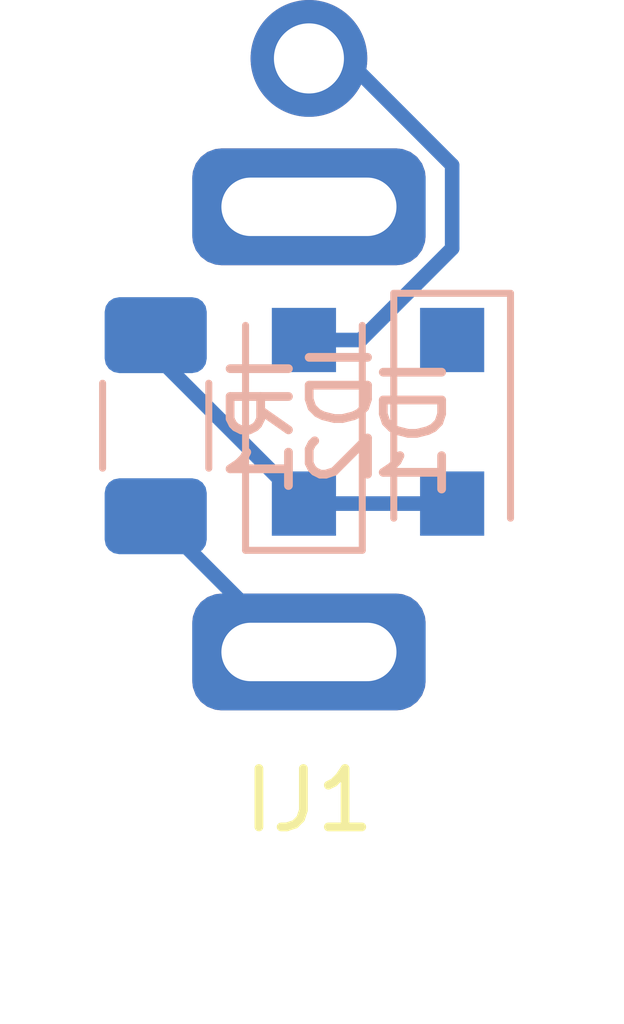
<source format=kicad_pcb>
(kicad_pcb (version 20211014) (generator pcbnew)
  (layers (0 "F.Cu" signal) (31 "B.Cu" signal) (34 "B.Paste" user) (35 "F.Paste" user) (36 "B.SilkS" user "B.Silkscreen") (37 "F.SilkS" user "F.Silkscreen") (38 "B.Mask" user) (39 "F.Mask" user) (44 "Edge.Cuts" user))
  (net 0 "")
  (footprint "Perfboard:3.5mm Jack Perfboard" (layer "F.Cu") (at 88.351 88.822274)
    (fp_text reference "IJ1" (at 0 7.62 unlocked) (layer "F.SilkS"))
    (fp_text value "Input")
    (pad "G" thru_hole circle (at 0 -5.08) (size 2 2) (drill 1.2) (layers *.Cu *.Mask))
    (pad "S" thru_hole roundrect (at 0 -2.54) (size 4 2) (drill oval 3 1) (layers *.Cu *.Mask))
    (pad "T" thru_hole roundrect (at 0 5.08) (size 4 2) (drill oval 3 1) (layers *.Cu *.Mask))
  )
  (footprint "Diode_SMD:D_SOD-123F" (layer "B.Cu") (at 90.805 89.962274 -90)
    (fp_text reference "ID2" (at -0.127 1.905 90) (layer "B.SilkS") (effects (justify mirror)))
    (fp_text value "240mV")
    (fp_line (start -2.2 1) (end -2.2 -1) (layer "B.SilkS") (width 0.12))
    (fp_line (start -2.2 1) (end 1.65 1) (layer "B.SilkS") (width 0.12))
    (fp_line (start -2.2 -1) (end 1.65 -1) (layer "B.SilkS") (width 0.12))
    (pad "1" smd rect (at -1.4 0 270) (size 1.1 1.1) (layers "B.Cu" "B.Paste" "B.Mask"))
    (pad "2" smd rect (at 1.4 0 270) (size 1.1 1.1) (layers "B.Cu" "B.Paste" "B.Mask"))
  )
  (footprint "Resistor_SMD:R_1206_3216Metric_Pad1.30x1.75mm_HandSolder" (layer "B.Cu") (at 85.725 90.029274 90)
    (fp_text reference "IR1" (at 0 1.82 90) (layer "B.SilkS") (effects (justify mirror)))
    (fp_text value "1k")
    (fp_line (start -0.727064 -0.91) (end 0.727064 -0.91) (layer "B.SilkS") (width 0.12))
    (fp_line (start -0.727064 0.91) (end 0.727064 0.91) (layer "B.SilkS") (width 0.12))
    (pad "1" smd roundrect (at -1.55 0 90) (size 1.3 1.75) (layers "B.Cu" "B.Paste" "B.Mask") (roundrect_rratio 0.1923076923))
    (pad "2" smd roundrect (at 1.55 0 90) (size 1.3 1.75) (layers "B.Cu" "B.Paste" "B.Mask") (roundrect_rratio 0.1923076923))
  )
  (footprint "Diode_SMD:D_SOD-123F" (layer "B.Cu") (at 88.265 89.962274 90)
    (fp_text reference "ID1" (at -0.127 1.905 90) (layer "B.SilkS") (effects (justify mirror)))
    (fp_text value "240mV")
    (fp_line (start -2.2 1) (end -2.2 -1) (layer "B.SilkS") (width 0.12))
    (fp_line (start -2.2 1) (end 1.65 1) (layer "B.SilkS") (width 0.12))
    (fp_line (start -2.2 -1) (end 1.65 -1) (layer "B.SilkS") (width 0.12))
    (pad "1" smd rect (at -1.4 0 90) (size 1.1 1.1) (layers "B.Cu" "B.Paste" "B.Mask"))
    (pad "2" smd rect (at 1.4 0 90) (size 1.1 1.1) (layers "B.Cu" "B.Paste" "B.Mask"))
  )
  (segment (start 88.351 93.902274) (end 88.048 93.902274) (width 0.25) (layer "F.Cu") (net 0))
  (segment (start 90.805 86.995) (end 90.805 85.569548) (width 0.25) (layer "B.Cu") (net 0))
  (segment (start 85.725 88.479274) (end 85.725 88.822274) (width 0.25) (layer "B.Cu") (net 0))
  (segment (start 88.265 91.362274) (end 90.805 91.362274) (width 0.25) (layer "B.Cu") (net 0))
  (segment (start 88.265 88.562274) (end 89.237726 88.562274) (width 0.25) (layer "B.Cu") (net 0))
  (segment (start 88.977726 83.742274) (end 88.351 83.742274) (width 0.25) (layer "B.Cu") (net 0))
  (segment (start 88.048 93.902274) (end 85.725 91.579274) (width 0.25) (layer "B.Cu") (net 0))
  (segment (start 90.805 85.569548) (end 88.977726 83.742274) (width 0.25) (layer "B.Cu") (net 0))
  (segment (start 89.237726 88.562274) (end 90.805 86.995) (width 0.25) (layer "B.Cu") (net 0))
  (segment (start 85.725 88.822274) (end 88.265 91.362274) (width 0.25) (layer "B.Cu") (net 0))
  (segment (start 88.351 93.902274) (end 88.048 93.902274) (width 0.25) (layer "B.Cu") (net 0))
)
</source>
